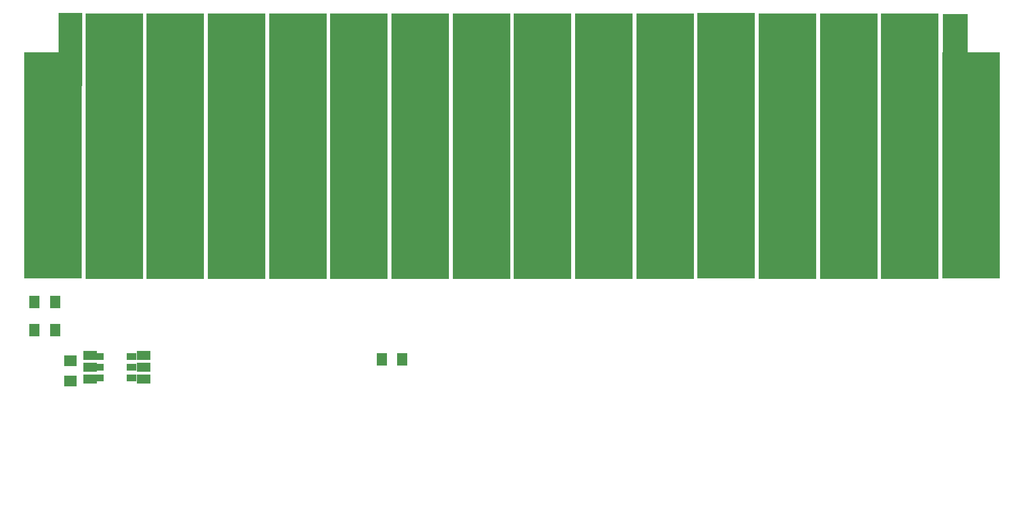
<source format=gtp>
G04 MADE WITH FRITZING*
G04 WWW.FRITZING.ORG*
G04 DOUBLE SIDED*
G04 HOLES PLATED*
G04 CONTOUR ON CENTER OF CONTOUR VECTOR*
%ASAXBY*%
%FSLAX23Y23*%
%MOIN*%
%OFA0B0*%
%SFA1.0B1.0*%
%ADD10R,0.062992X0.074803*%
%ADD11R,0.338582X1.574800*%
%ADD12R,0.150978X0.407097*%
%ADD13R,0.139867X0.434874*%
%ADD14R,0.338582X1.338580*%
%LNPASTEMASK1*%
G90*
G70*
G54D10*
X124Y629D03*
X246Y629D03*
G54D11*
X4218Y1558D03*
X3856Y1554D03*
X3494Y1554D03*
X3132Y1554D03*
X2769Y1554D03*
X2407Y1554D03*
X2045Y1554D03*
X1683Y1554D03*
X1321Y1554D03*
X958Y1554D03*
X596Y1554D03*
G54D12*
X5573Y2133D03*
G54D13*
X336Y2125D03*
G54D14*
X234Y1440D03*
G54D10*
X124Y464D03*
X246Y464D03*
X2179Y291D03*
X2301Y291D03*
G54D14*
X5667Y1440D03*
G54D11*
X5305Y1554D03*
X4943Y1554D03*
X4581Y1554D03*
G36*
X669Y200D02*
X728Y200D01*
X728Y161D01*
X669Y161D01*
X669Y200D01*
G37*
D02*
G36*
X669Y263D02*
X728Y263D01*
X728Y224D01*
X669Y224D01*
X669Y263D01*
G37*
D02*
G36*
X669Y326D02*
X728Y326D01*
X728Y287D01*
X669Y287D01*
X669Y326D01*
G37*
D02*
G36*
X476Y326D02*
X535Y326D01*
X535Y287D01*
X476Y287D01*
X476Y326D01*
G37*
D02*
G36*
X476Y263D02*
X535Y263D01*
X535Y224D01*
X476Y224D01*
X476Y263D01*
G37*
D02*
G36*
X476Y200D02*
X535Y200D01*
X535Y161D01*
X476Y161D01*
X476Y200D01*
G37*
D02*
G36*
X374Y251D02*
X299Y251D01*
X299Y314D01*
X374Y314D01*
X374Y251D01*
G37*
D02*
G36*
X374Y129D02*
X299Y129D01*
X299Y192D01*
X374Y192D01*
X374Y129D01*
G37*
D02*
G36*
X495Y146D02*
X415Y146D01*
X415Y199D01*
X495Y199D01*
X495Y146D01*
G37*
D02*
G36*
X495Y288D02*
X415Y288D01*
X415Y341D01*
X495Y341D01*
X495Y288D01*
G37*
D02*
G36*
X495Y217D02*
X415Y217D01*
X415Y270D01*
X495Y270D01*
X495Y217D01*
G37*
D02*
G36*
X809Y146D02*
X729Y146D01*
X729Y199D01*
X809Y199D01*
X809Y146D01*
G37*
D02*
G36*
X809Y217D02*
X729Y217D01*
X729Y270D01*
X809Y270D01*
X809Y217D01*
G37*
D02*
G36*
X809Y288D02*
X729Y288D01*
X729Y341D01*
X809Y341D01*
X809Y288D01*
G37*
D02*
G04 End of PasteMask1*
M02*
</source>
